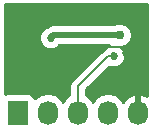
<source format=gbl>
%TF.GenerationSoftware,KiCad,Pcbnew,4.0.4+e1-6308~48~ubuntu16.04.1-stable*%
%TF.CreationDate,2016-12-05T15:11:49-08:00*%
%TF.ProjectId,mma7660-sensor-breakout,6D6D61373636302D73656E736F722D62,v1.0*%
%TF.FileFunction,Copper,L2,Bot,Signal*%
%FSLAX46Y46*%
G04 Gerber Fmt 4.6, Leading zero omitted, Abs format (unit mm)*
G04 Created by KiCad (PCBNEW 4.0.4+e1-6308~48~ubuntu16.04.1-stable) date Mon Dec  5 15:11:49 2016*
%MOMM*%
%LPD*%
G01*
G04 APERTURE LIST*
%ADD10C,0.350000*%
%ADD11R,1.727200X2.032000*%
%ADD12O,1.727200X2.032000*%
%ADD13C,0.762000*%
%ADD14C,0.685800*%
%ADD15C,0.508000*%
%ADD16C,0.152400*%
%ADD17C,0.254000*%
%ADD18C,0.350000*%
%ADD19C,0.330200*%
G04 APERTURE END LIST*
D10*
D11*
X142748000Y-113284000D03*
D12*
X145288000Y-113284000D03*
X147828000Y-113284000D03*
X150368000Y-113284000D03*
X152908000Y-113284000D03*
D13*
X151384000Y-106680000D03*
D14*
X145526000Y-106918000D03*
X151892000Y-108204000D03*
D13*
X143764000Y-105156000D03*
D14*
X146304000Y-105156000D03*
X145288000Y-108204000D03*
X150876000Y-108458000D03*
D15*
X151384000Y-106680000D02*
X145764000Y-106680000D01*
X145764000Y-106680000D02*
X145526000Y-106918000D01*
D16*
X150368000Y-107696000D02*
X151384000Y-107696000D01*
X151384000Y-107696000D02*
X151892000Y-108204000D01*
X149860000Y-108204000D02*
X150368000Y-107696000D01*
X145288000Y-108204000D02*
X149860000Y-108204000D01*
X147828000Y-113284000D02*
X147828000Y-110998000D01*
X150368000Y-108458000D02*
X150876000Y-108458000D01*
X147828000Y-110998000D02*
X150368000Y-108458000D01*
D17*
G36*
X153722000Y-111890861D02*
X153282791Y-111679291D01*
X153267026Y-111676642D01*
X153035000Y-111797783D01*
X153035000Y-113157000D01*
X153055000Y-113157000D01*
X153055000Y-113411000D01*
X153035000Y-113411000D01*
X153035000Y-113431000D01*
X152781000Y-113431000D01*
X152781000Y-113411000D01*
X152761000Y-113411000D01*
X152761000Y-113157000D01*
X152781000Y-113157000D01*
X152781000Y-111797783D01*
X152548974Y-111676642D01*
X152533209Y-111679291D01*
X152005964Y-111933268D01*
X151634461Y-112349069D01*
X151427670Y-112039585D01*
X150941489Y-111714729D01*
X150368000Y-111600655D01*
X149794511Y-111714729D01*
X149308330Y-112039585D01*
X149098000Y-112354366D01*
X148887670Y-112039585D01*
X148539200Y-111806745D01*
X148539200Y-111292588D01*
X150479553Y-109352236D01*
X150680630Y-109435730D01*
X151069663Y-109436069D01*
X151429212Y-109287507D01*
X151704540Y-109012659D01*
X151853730Y-108653370D01*
X151854069Y-108264337D01*
X151705507Y-107904788D01*
X151497182Y-107696099D01*
X151585208Y-107696176D01*
X151958766Y-107541825D01*
X152244821Y-107256269D01*
X152399824Y-106882982D01*
X152400176Y-106478792D01*
X152245825Y-106105234D01*
X151960269Y-105819179D01*
X151586982Y-105664176D01*
X151182792Y-105663824D01*
X150875003Y-105791000D01*
X145764000Y-105791000D01*
X145423794Y-105858671D01*
X145301673Y-105940270D01*
X145253314Y-105972582D01*
X144972788Y-106088493D01*
X144697460Y-106363341D01*
X144548270Y-106722630D01*
X144547931Y-107111663D01*
X144696493Y-107471212D01*
X144971341Y-107746540D01*
X145330630Y-107895730D01*
X145719663Y-107896069D01*
X146079212Y-107747507D01*
X146258031Y-107569000D01*
X150466773Y-107569000D01*
X150322788Y-107628493D01*
X150163532Y-107787471D01*
X150095836Y-107800937D01*
X150019274Y-107852094D01*
X149865105Y-107955106D01*
X147325106Y-110495106D01*
X147170937Y-110725835D01*
X147170937Y-110725836D01*
X147116800Y-110998000D01*
X147116800Y-111806745D01*
X146768330Y-112039585D01*
X146558000Y-112354366D01*
X146347670Y-112039585D01*
X145861489Y-111714729D01*
X145288000Y-111600655D01*
X144714511Y-111714729D01*
X144228330Y-112039585D01*
X144218757Y-112053913D01*
X144214762Y-112032683D01*
X144075690Y-111816559D01*
X143863490Y-111671569D01*
X143611600Y-111620560D01*
X141884400Y-111620560D01*
X141680000Y-111659021D01*
X141680000Y-104088000D01*
X153722000Y-104088000D01*
X153722000Y-111890861D01*
X153722000Y-111890861D01*
G37*
X153722000Y-111890861D02*
X153282791Y-111679291D01*
X153267026Y-111676642D01*
X153035000Y-111797783D01*
X153035000Y-113157000D01*
X153055000Y-113157000D01*
X153055000Y-113411000D01*
X153035000Y-113411000D01*
X153035000Y-113431000D01*
X152781000Y-113431000D01*
X152781000Y-113411000D01*
X152761000Y-113411000D01*
X152761000Y-113157000D01*
X152781000Y-113157000D01*
X152781000Y-111797783D01*
X152548974Y-111676642D01*
X152533209Y-111679291D01*
X152005964Y-111933268D01*
X151634461Y-112349069D01*
X151427670Y-112039585D01*
X150941489Y-111714729D01*
X150368000Y-111600655D01*
X149794511Y-111714729D01*
X149308330Y-112039585D01*
X149098000Y-112354366D01*
X148887670Y-112039585D01*
X148539200Y-111806745D01*
X148539200Y-111292588D01*
X150479553Y-109352236D01*
X150680630Y-109435730D01*
X151069663Y-109436069D01*
X151429212Y-109287507D01*
X151704540Y-109012659D01*
X151853730Y-108653370D01*
X151854069Y-108264337D01*
X151705507Y-107904788D01*
X151497182Y-107696099D01*
X151585208Y-107696176D01*
X151958766Y-107541825D01*
X152244821Y-107256269D01*
X152399824Y-106882982D01*
X152400176Y-106478792D01*
X152245825Y-106105234D01*
X151960269Y-105819179D01*
X151586982Y-105664176D01*
X151182792Y-105663824D01*
X150875003Y-105791000D01*
X145764000Y-105791000D01*
X145423794Y-105858671D01*
X145301673Y-105940270D01*
X145253314Y-105972582D01*
X144972788Y-106088493D01*
X144697460Y-106363341D01*
X144548270Y-106722630D01*
X144547931Y-107111663D01*
X144696493Y-107471212D01*
X144971341Y-107746540D01*
X145330630Y-107895730D01*
X145719663Y-107896069D01*
X146079212Y-107747507D01*
X146258031Y-107569000D01*
X150466773Y-107569000D01*
X150322788Y-107628493D01*
X150163532Y-107787471D01*
X150095836Y-107800937D01*
X150019274Y-107852094D01*
X149865105Y-107955106D01*
X147325106Y-110495106D01*
X147170937Y-110725835D01*
X147170937Y-110725836D01*
X147116800Y-110998000D01*
X147116800Y-111806745D01*
X146768330Y-112039585D01*
X146558000Y-112354366D01*
X146347670Y-112039585D01*
X145861489Y-111714729D01*
X145288000Y-111600655D01*
X144714511Y-111714729D01*
X144228330Y-112039585D01*
X144218757Y-112053913D01*
X144214762Y-112032683D01*
X144075690Y-111816559D01*
X143863490Y-111671569D01*
X143611600Y-111620560D01*
X141884400Y-111620560D01*
X141680000Y-111659021D01*
X141680000Y-104088000D01*
X153722000Y-104088000D01*
X153722000Y-111890861D01*
D18*
X151384000Y-106680000D03*
D19*
X145526000Y-106918000D03*
X151892000Y-108204000D03*
D18*
X143764000Y-105156000D03*
D19*
X146304000Y-105156000D03*
X145288000Y-108204000D03*
X150876000Y-108458000D03*
D18*
X142748000Y-113284000D03*
X145288000Y-113284000D03*
X147828000Y-113284000D03*
X150368000Y-113284000D03*
X152908000Y-113284000D03*
M02*

</source>
